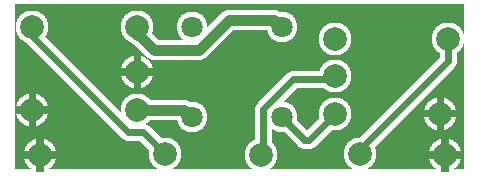
<source format=gbr>
%FSLAX34Y34*%
%MOMM*%
%LNCOPPER_BOTTOM*%
G71*
G01*
%ADD10C,2.600*%
%ADD11C,2.800*%
%ADD12C,1.700*%
%ADD13C,1.400*%
%ADD14C,0.667*%
%ADD15C,1.800*%
%ADD16C,2.000*%
%ADD17C,0.900*%
%ADD18C,0.600*%
%LPD*%
G36*
X-271190Y92720D02*
X108810Y92720D01*
X108810Y-47280D01*
X-271190Y-47280D01*
X-271190Y92720D01*
G37*
%LPC*%
X-45317Y73231D02*
G54D10*
D03*
X-121517Y73231D02*
G54D10*
D03*
X-45317Y-2969D02*
G54D10*
D03*
X-45317Y73231D02*
G54D10*
D03*
X-121517Y-2969D02*
G54D10*
D03*
X-45317Y-2969D02*
G54D10*
D03*
X-121517Y73231D02*
G54D10*
D03*
X-121517Y-2969D02*
G54D10*
D03*
X-256540Y73143D02*
G54D11*
D03*
X-256540Y3293D02*
G54D11*
D03*
X-167640Y73143D02*
G54D11*
D03*
X-167640Y35043D02*
G54D11*
D03*
X-167640Y3293D02*
G54D11*
D03*
X88900Y0D02*
G54D11*
D03*
X95250Y63500D02*
G54D11*
D03*
X0Y0D02*
G54D11*
D03*
X0Y31750D02*
G54D11*
D03*
X0Y63500D02*
G54D11*
D03*
G54D12*
X-167640Y3293D02*
X-165967Y3381D01*
X-127867Y3381D01*
X-121517Y-2969D01*
G54D12*
X-167640Y66793D02*
X-165967Y66881D01*
X-153267Y54181D01*
X-115167Y54181D01*
X-89767Y79581D01*
X-51667Y79581D01*
X-45317Y73231D01*
G54D13*
X-45317Y-2969D02*
X-26267Y-22019D01*
X-22019Y-22019D01*
X0Y0D01*
X-144190Y-34280D02*
G54D11*
D03*
X-63089Y-35017D02*
G54D11*
D03*
X20910Y-34280D02*
G54D11*
D03*
X-250190Y-34807D02*
G54D11*
D03*
X92710Y-34807D02*
G54D11*
D03*
G54D13*
X-144190Y-34280D02*
X-163240Y-15230D01*
X-175940Y-15230D01*
X-258490Y67320D01*
X-256540Y66793D01*
G54D13*
X-63089Y-35017D02*
X-61640Y-34280D01*
X-61640Y3820D01*
X-36240Y29220D01*
X1860Y29220D01*
X0Y31750D01*
G54D13*
X20910Y-34280D02*
X19050Y-31750D01*
X95250Y44450D01*
X95250Y57150D01*
%LPD*%
G54D14*
G36*
X-259873Y3293D02*
X-259873Y17793D01*
X-253207Y17793D01*
X-253207Y3293D01*
X-259873Y3293D01*
G37*
G36*
X-256540Y6626D02*
X-242040Y6626D01*
X-242040Y-40D01*
X-256540Y-40D01*
X-256540Y6626D01*
G37*
G36*
X-253207Y3293D02*
X-253207Y-11207D01*
X-259873Y-11207D01*
X-259873Y3293D01*
X-253207Y3293D01*
G37*
G36*
X-256540Y-40D02*
X-271040Y-40D01*
X-271040Y6626D01*
X-256540Y6626D01*
X-256540Y-40D01*
G37*
G54D14*
G36*
X-170973Y35043D02*
X-170973Y49543D01*
X-164307Y49543D01*
X-164307Y35043D01*
X-170973Y35043D01*
G37*
G36*
X-167640Y38376D02*
X-153140Y38376D01*
X-153140Y31710D01*
X-167640Y31710D01*
X-167640Y38376D01*
G37*
G36*
X-164307Y35043D02*
X-164307Y20543D01*
X-170973Y20543D01*
X-170973Y35043D01*
X-164307Y35043D01*
G37*
G36*
X-167640Y31710D02*
X-182140Y31710D01*
X-182140Y38376D01*
X-167640Y38376D01*
X-167640Y31710D01*
G37*
G54D14*
G36*
X92233Y0D02*
X92233Y-14500D01*
X85567Y-14500D01*
X85567Y0D01*
X92233Y0D01*
G37*
G36*
X88900Y-3333D02*
X74400Y-3333D01*
X74400Y3333D01*
X88900Y3333D01*
X88900Y-3333D01*
G37*
G36*
X85567Y0D02*
X85567Y14500D01*
X92233Y14500D01*
X92233Y0D01*
X85567Y0D01*
G37*
G36*
X88900Y3333D02*
X103400Y3333D01*
X103400Y-3333D01*
X88900Y-3333D01*
X88900Y3333D01*
G37*
G54D14*
G36*
X-253523Y-34807D02*
X-253523Y-20307D01*
X-246857Y-20307D01*
X-246857Y-34807D01*
X-253523Y-34807D01*
G37*
G36*
X-250190Y-31474D02*
X-235690Y-31474D01*
X-235690Y-38140D01*
X-250190Y-38140D01*
X-250190Y-31474D01*
G37*
G36*
X-246857Y-34807D02*
X-246857Y-49307D01*
X-253523Y-49307D01*
X-253523Y-34807D01*
X-246857Y-34807D01*
G37*
G36*
X-250190Y-38140D02*
X-264690Y-38140D01*
X-264690Y-31474D01*
X-250190Y-31474D01*
X-250190Y-38140D01*
G37*
G54D14*
G36*
X89377Y-34807D02*
X89377Y-20307D01*
X96043Y-20307D01*
X96043Y-34807D01*
X89377Y-34807D01*
G37*
G36*
X92710Y-31474D02*
X107210Y-31474D01*
X107210Y-38140D01*
X92710Y-38140D01*
X92710Y-31474D01*
G37*
G36*
X96043Y-34807D02*
X96043Y-49307D01*
X89377Y-49307D01*
X89377Y-34807D01*
X96043Y-34807D01*
G37*
G36*
X92710Y-38140D02*
X78210Y-38140D01*
X78210Y-31474D01*
X92710Y-31474D01*
X92710Y-38140D01*
G37*
X-45317Y73231D02*
G54D15*
D03*
X-121517Y73231D02*
G54D15*
D03*
X-45317Y-2969D02*
G54D15*
D03*
X-45317Y73231D02*
G54D15*
D03*
X-121517Y-2969D02*
G54D15*
D03*
X-45317Y-2969D02*
G54D15*
D03*
X-121517Y73231D02*
G54D15*
D03*
X-121517Y-2969D02*
G54D15*
D03*
X-256540Y73143D02*
G54D16*
D03*
X-256540Y3293D02*
G54D16*
D03*
X-167640Y73143D02*
G54D16*
D03*
X-167640Y35043D02*
G54D16*
D03*
X-167640Y3293D02*
G54D16*
D03*
X88900Y0D02*
G54D16*
D03*
X95250Y63500D02*
G54D16*
D03*
X0Y0D02*
G54D16*
D03*
X0Y31750D02*
G54D16*
D03*
X0Y63500D02*
G54D16*
D03*
G54D17*
X-167640Y3293D02*
X-165967Y3381D01*
X-127867Y3381D01*
X-121517Y-2969D01*
G54D17*
X-167640Y66793D02*
X-165967Y66881D01*
X-153267Y54181D01*
X-115167Y54181D01*
X-89767Y79581D01*
X-51667Y79581D01*
X-45317Y73231D01*
G54D18*
X-45317Y-2969D02*
X-26267Y-22019D01*
X-22019Y-22019D01*
X0Y0D01*
X-144190Y-34280D02*
G54D16*
D03*
X-63089Y-35017D02*
G54D16*
D03*
X20910Y-34280D02*
G54D16*
D03*
X-250190Y-34807D02*
G54D16*
D03*
X92710Y-34807D02*
G54D16*
D03*
G54D18*
X-144190Y-34280D02*
X-163240Y-15230D01*
X-175940Y-15230D01*
X-258490Y67320D01*
X-256540Y66793D01*
G54D18*
X-63089Y-35017D02*
X-61640Y-34280D01*
X-61640Y3820D01*
X-36240Y29220D01*
X1860Y29220D01*
X0Y31750D01*
G54D18*
X20910Y-34280D02*
X19050Y-31750D01*
X95250Y44450D01*
X95250Y57150D01*
M02*

</source>
